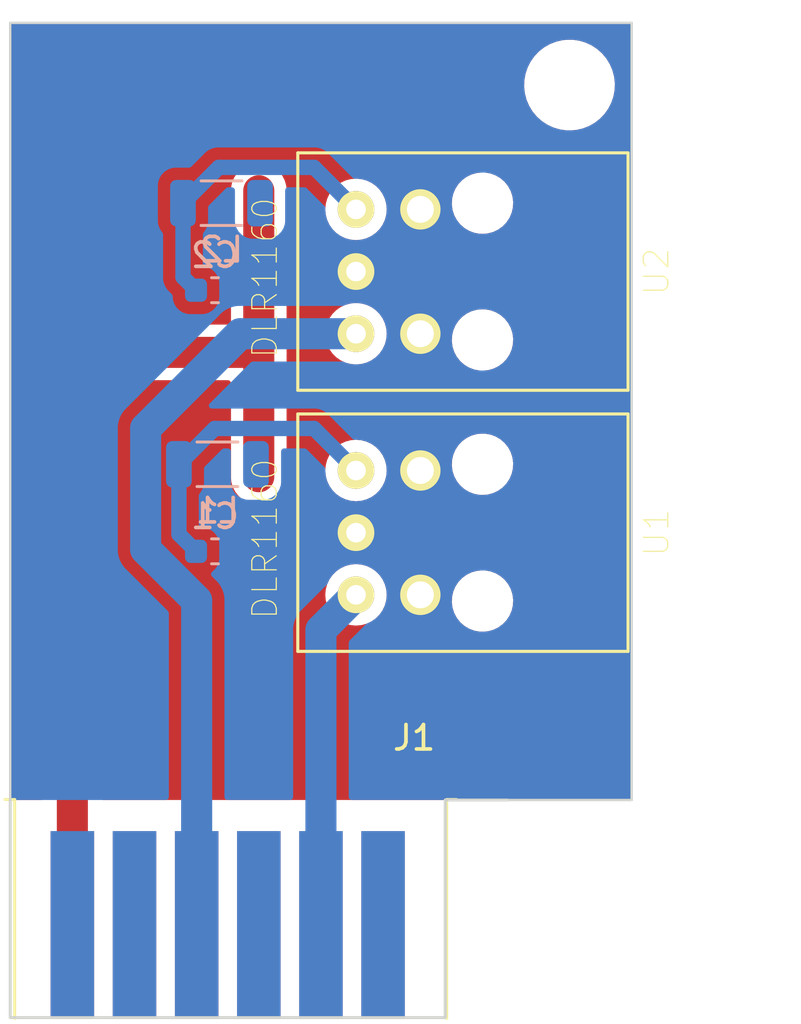
<source format=kicad_pcb>
(kicad_pcb (version 20221018) (generator pcbnew)
  (layers (0 "F.Cu" signal) (31 "B.Cu" signal) (34 "B.Paste" user) (35 "F.Paste" user) (36 "B.SilkS" user "B.Silkscreen") (37 "F.SilkS" user "F.Silkscreen") (38 "B.Mask" user) (39 "F.Mask" user) (44 "Edge.Cuts" user))
  (net 0 "")
  (net 1 "GND")
  (net 2 "Net-(U1-VCC)")
  (net 3 "Net-(U2-VIN)")
  (net 4 "/MCLK")
  (net 5 "/SPDIFIN")
  (net 6 "/LRCKIN0")
  (net 7 "/BCLKIN0")
  (net 8 "/SPDIFOUT")
  (net 9 "/SDATAIN0")
  (net 10 "+3V3")
  (net 11 "+5V")
  (footprint "my:Toslink" (layer "F.Cu") (at 92.964 38.1 -90)
    (fp_text reference "U2" (at 0 -9.652 90) (layer "F.SilkS") (effects (font (thickness 0.05))))
    (fp_text value "DLR1160" (at 0.254 6.35 90) (layer "F.SilkS") (effects (font (thickness 0.05))))
    (fp_line (start -4.85 -8.49) (end -4.85 5.01) (stroke (width 0.127)) (layer "F.SilkS"))
    (fp_line (start 4.85 -8.49) (end -4.85 -8.49) (stroke (width 0.127)) (layer "F.SilkS"))
    (fp_line (start 4.85 -8.49) (end 4.85 5.01) (stroke (width 0.127)) (layer "F.SilkS"))
    (fp_line (start 4.85 5.01) (end -4.85 5.01) (stroke (width 0.127)) (layer "F.SilkS"))
    (pad "" np_thru_hole circle (at -2.794 -2.54 270) (size 2 2) (drill 2) (layers "*.Cu" "*.Mask"))
    (pad "" np_thru_hole circle (at 2.794 -2.54 270) (size 2 2) (drill 2) (layers "*.Cu" "*.Mask"))
    (pad "1" thru_hole circle (at 2.54 2.63 270) (size 1.5 1.5) (drill 0.8) (layers "*.Cu" "*.Mask" "F.SilkS") (net 8 "/SPDIFOUT"))
    (pad "2" thru_hole circle (at 0 2.63 270) (size 1.5 1.5) (drill 0.8) (layers "*.Cu" "*.Mask" "F.SilkS") (net 1 "GND"))
    (pad "3" thru_hole circle (at -2.54 2.63 270) (size 1.5 1.5) (drill 0.8) (layers "*.Cu" "*.Mask" "F.SilkS") (net 3 "Net-(U2-VIN)"))
    (pad "NC1" thru_hole circle (at 2.54 0 270) (size 1.65 1.65) (drill 1.1) (layers "*.Cu" "*.Mask" "F.SilkS") (net 1 "GND"))
    (pad "NC2" thru_hole circle (at -2.54 0 270) (size 1.65 1.65) (drill 1.1) (layers "*.Cu" "*.Mask" "F.SilkS") (net 1 "GND"))
  )
  (footprint "00-mylib:EDGE-2x6-2.54" (layer "F.Cu") (at 85.09 64.77)
    (fp_text reference "J1" (at 7.62 -7.62) (layer "F.SilkS"))
    (fp_text value "Conn_01x06_Male")
    (fp_line (start -8.706 -5.1) (end -9.106 -5.1) (stroke (width 0.12)) (layer "F.SilkS"))
    (fp_line (start -8.706 3.85) (end -8.706 -5.1) (stroke (width 0.12)) (layer "F.SilkS"))
    (fp_line (start 8.95 -5.1) (end 9.35 -5.1) (stroke (width 0.12)) (layer "F.SilkS"))
    (fp_line (start 8.95 3.85) (end 8.95 -5.1) (stroke (width 0.12)) (layer "F.SilkS"))
    (fp_line (start -8.89 -5.08) (end -8.89 3.81) (stroke (width 0.12)) (layer "Edge.Cuts"))
    (fp_line (start -8.89 3.81) (end 8.89 3.81) (stroke (width 0.12)) (layer "Edge.Cuts"))
    (fp_line (start 8.89 -5.08) (end 11.43 -5.08) (stroke (width 0.12)) (layer "Edge.Cuts"))
    (fp_line (start 8.89 3.81) (end 8.89 -5.08) (stroke (width 0.12)) (layer "Edge.Cuts"))
    (pad "1" connect rect (at 6.35 0) (size 1.78 7.62) (layers "F.Cu" "F.Mask") (net 1 "GND"))
    (pad "2" connect rect (at 6.35 0) (size 1.78 7.62) (layers "B.Cu" "B.Mask") (net 1 "GND"))
    (pad "3" connect rect (at 3.81 0) (size 1.78 7.62) (layers "F.Cu" "F.Mask") (net 4 "/MCLK"))
    (pad "4" connect rect (at 3.81 0) (size 1.78 7.62) (layers "B.Cu" "B.Mask") (net 5 "/SPDIFIN"))
    (pad "5" connect rect (at 1.27 0) (size 1.78 7.62) (layers "F.Cu" "F.Mask") (net 6 "/LRCKIN0"))
    (pad "6" connect rect (at 1.27 0) (size 1.78 7.62) (layers "B.Cu" "B.Mask") (net 1 "GND"))
    (pad "7" connect rect (at -1.27 0) (size 1.78 7.62) (layers "F.Cu" "F.Mask") (net 7 "/BCLKIN0"))
    (pad "8" connect rect (at -1.27 0) (size 1.78 7.62) (layers "B.Cu" "B.Mask") (net 8 "/SPDIFOUT"))
    (pad "9" connect rect (at -3.81 0) (size 1.78 7.62) (layers "F.Cu" "F.Mask") (net 9 "/SDATAIN0"))
    (pad "10" connect rect (at -3.81 0) (size 1.78 7.62) (layers "B.Cu" "B.Mask") (net 1 "GND"))
    (pad "11" connect rect (at -6.35 0) (size 1.78 7.62) (layers "F.Cu" "F.Mask") (net 10 "+3V3"))
    (pad "12" connect rect (at -6.35 0) (size 1.78 7.62) (layers "B.Cu" "B.Mask") (net 11 "+5V"))
  )
  (footprint "my:Toslink" (layer "F.Cu") (at 92.964 48.768 -90)
    (fp_text reference "U1" (at 0 -9.652 90) (layer "F.SilkS") (effects (font (thickness 0.05))))
    (fp_text value "DLR1160" (at 0.254 6.35 90) (layer "F.SilkS") (effects (font (thickness 0.05))))
    (fp_line (start -4.85 -8.49) (end -4.85 5.01) (stroke (width 0.127)) (layer "F.SilkS"))
    (fp_line (start 4.85 -8.49) (end -4.85 -8.49) (stroke (width 0.127)) (layer "F.SilkS"))
    (fp_line (start 4.85 -8.49) (end 4.85 5.01) (stroke (width 0.127)) (layer "F.SilkS"))
    (fp_line (start 4.85 5.01) (end -4.85 5.01) (stroke (width 0.127)) (layer "F.SilkS"))
    (pad "" np_thru_hole circle (at -2.794 -2.54 270) (size 2 2) (drill 2) (layers "*.Cu" "*.Mask"))
    (pad "" np_thru_hole circle (at 2.794 -2.54 270) (size 2 2) (drill 2) (layers "*.Cu" "*.Mask"))
    (pad "1" thru_hole circle (at 2.54 2.63 270) (size 1.5 1.5) (drill 0.8) (layers "*.Cu" "*.Mask" "F.SilkS") (net 5 "/SPDIFIN"))
    (pad "2" thru_hole circle (at 0 2.63 270) (size 1.5 1.5) (drill 0.8) (layers "*.Cu" "*.Mask" "F.SilkS") (net 1 "GND"))
    (pad "3" thru_hole circle (at -2.54 2.63 270) (size 1.5 1.5) (drill 0.8) (layers "*.Cu" "*.Mask" "F.SilkS") (net 2 "Net-(U1-VCC)"))
    (pad "NC1" thru_hole circle (at 2.54 0 270) (size 1.65 1.65) (drill 1.1) (layers "*.Cu" "*.Mask" "F.SilkS") (net 1 "GND"))
    (pad "NC2" thru_hole circle (at -2.54 0 270) (size 1.65 1.65) (drill 1.1) (layers "*.Cu" "*.Mask" "F.SilkS") (net 1 "GND"))
  )
  (footprint "MountingHole:MountingHole_3.2mm_M3" (layer "F.Cu") (at 99.06 30.48)
    (fp_text reference "REF**" hide)
    (fp_text value "MountingHole_3.2mm_M3")
    (pad "" np_thru_hole circle (at 0 0) (size 3.2 3.2) (drill 3.2) (layers "F&B.Cu" "*.Mask"))
  )
  (footprint "Inductor_SMD:L_1206_3216Metric" (layer "B.Cu") (at 84.836 35.306)
    (fp_text reference "L2" (at 0 1.9) (layer "B.SilkS") (effects (justify mirror)))
    (fp_text value "LQH2MCN470K02")
    (fp_line (start -0.835242 -0.91) (end 0.835242 -0.91) (stroke (width 0.12)) (layer "B.SilkS"))
    (fp_line (start -0.835242 0.91) (end 0.835242 0.91) (stroke (width 0.12)) (layer "B.SilkS"))
    (pad "1" smd roundrect (at -1.575 0) (size 1.05 1.9) (layers "B.Cu" "B.Paste" "B.Mask") (roundrect_rratio 0.238095) (net 3 "Net-(U2-VIN)"))
    (pad "2" smd roundrect (at 1.575 0) (size 1.05 1.9) (layers "B.Cu" "B.Paste" "B.Mask") (roundrect_rratio 0.238095) (net 10 "+3V3"))
  )
  (footprint "Inductor_SMD:L_1206_3216Metric" (layer "B.Cu") (at 84.67 45.974)
    (fp_text reference "L1" (at 0 1.9) (layer "B.SilkS") (effects (justify mirror)))
    (fp_text value "LQH2MCN470K02")
    (fp_line (start -0.835242 -0.91) (end 0.835242 -0.91) (stroke (width 0.12)) (layer "B.SilkS"))
    (fp_line (start -0.835242 0.91) (end 0.835242 0.91) (stroke (width 0.12)) (layer "B.SilkS"))
    (pad "1" smd roundrect (at -1.575 0) (size 1.05 1.9) (layers "B.Cu" "B.Paste" "B.Mask") (roundrect_rratio 0.238095) (net 2 "Net-(U1-VCC)"))
    (pad "2" smd roundrect (at 1.575 0) (size 1.05 1.9) (layers "B.Cu" "B.Paste" "B.Mask") (roundrect_rratio 0.238095) (net 10 "+3V3"))
  )
  (footprint "Capacitor_SMD:C_0603_1608Metric" (layer "B.Cu") (at 84.569 49.53 180)
    (fp_text reference "C1" (at 0 1.43) (layer "B.SilkS") (effects (justify mirror)))
    (fp_text value "CAP_100n_25V_X7R_0603" hide)
    (fp_line (start -0.14058 -0.51) (end 0.14058 -0.51) (stroke (width 0.12)) (layer "B.SilkS"))
    (fp_line (start -0.14058 0.51) (end 0.14058 0.51) (stroke (width 0.12)) (layer "B.SilkS"))
    (pad "1" smd roundrect (at -0.775 0 180) (size 0.9 0.95) (layers "B.Cu" "B.Paste" "B.Mask") (net 1 "GND"))
    (pad "2" smd roundrect (at 0.775 0 180) (size 0.9 0.95) (layers "B.Cu" "B.Paste" "B.Mask") (net 2 "Net-(U1-VCC)"))
  )
  (footprint "Capacitor_SMD:C_0603_1608Metric" (layer "B.Cu") (at 84.569 38.862 180)
    (fp_text reference "C2" (at 0 1.43) (layer "B.SilkS") (effects (justify mirror)))
    (fp_text value "CAP_100n_25V_X7R_0603" hide)
    (fp_line (start -0.14058 -0.51) (end 0.14058 -0.51) (stroke (width 0.12)) (layer "B.SilkS"))
    (fp_line (start -0.14058 0.51) (end 0.14058 0.51) (stroke (width 0.12)) (layer "B.SilkS"))
    (pad "1" smd roundrect (at -0.775 0 180) (size 0.9 0.95) (layers "B.Cu" "B.Paste" "B.Mask") (net 1 "GND"))
    (pad "2" smd roundrect (at 0.775 0 180) (size 0.9 0.95) (layers "B.Cu" "B.Paste" "B.Mask") (net 3 "Net-(U2-VIN)"))
  )
  (gr_line (start 101.6 59.69) (end 96.52 59.69) (stroke (width 0.1)) (layer "Edge.Cuts"))
  (gr_line (start 76.2 59.69) (end 76.2 27.94) (stroke (width 0.1)) (layer "Edge.Cuts"))
  (gr_line (start 101.6 27.94) (end 101.6 59.69) (stroke (width 0.1)) (layer "Edge.Cuts"))
  (gr_line (start 76.2 27.94) (end 101.6 27.94) (stroke (width 0.1)) (layer "Edge.Cuts"))
  (segment (start 83.095 48.831) (end 83.794 49.53) (width 0.625) (layer "B.Cu") (net 2))
  (segment (start 83.095 45.974) (end 84.5575 44.5115) (width 0.625) (layer "B.Cu") (net 2))
  (segment (start 88.6175 44.5115) (end 90.334 46.228) (width 0.625) (layer "B.Cu") (net 2))
  (segment (start 83.095 45.974) (end 83.095 48.831) (width 0.625) (layer "B.Cu") (net 2))
  (segment (start 84.5575 44.5115) (end 88.6175 44.5115) (width 0.625) (layer "B.Cu") (net 2))
  (segment (start 83.261 35.306) (end 83.261 38.329) (width 0.625) (layer "B.Cu") (net 3))
  (segment (start 83.261 35.306) (end 84.7235 33.8435) (width 0.625) (layer "B.Cu") (net 3))
  (segment (start 88.6175 33.8435) (end 90.334 35.56) (width 0.625) (layer "B.Cu") (net 3))
  (segment (start 84.7235 33.8435) (end 88.6175 33.8435) (width 0.625) (layer "B.Cu") (net 3))
  (segment (start 83.261 38.329) (end 83.794 38.862) (width 0.625) (layer "B.Cu") (net 3))
  (segment (start 88.9 52.742) (end 90.334 51.308) (width 1.27) (layer "B.Cu") (net 5))
  (segment (start 88.9 64.77) (end 88.9 52.742) (width 1.27) (layer "B.Cu") (net 5))
  (segment (start 83.82 64.77) (end 83.82 51.5363) (width 1.27) (layer "B.Cu") (net 8))
  (segment (start 81.735 44.503) (end 85.598 40.64) (width 1.27) (layer "B.Cu") (net 8))
  (segment (start 81.735 49.4513) (end 81.735 44.503) (width 1.27) (layer "B.Cu") (net 8))
  (segment (start 83.82 51.5363) (end 81.735 49.4513) (width 1.27) (layer "B.Cu") (net 8))
  (segment (start 85.598 40.64) (end 90.334 40.64) (width 1.27) (layer "B.Cu") (net 8))
  (segment (start 78.74 64.77) (end 78.74 41.402) (width 1.27) (layer "F.Cu") (net 10))
  (segment (start 86.36 41.402) (end 86.36 34.798) (width 1.27) (layer "F.Cu") (net 10))
  (segment (start 86.36 41.402) (end 86.36 46.482) (width 1.27) (layer "F.Cu") (net 10))
  (segment (start 78.74 41.402) (end 86.36 41.402) (width 1.27) (layer "F.Cu") (net 10))
  (zone (net 1) (net_name "GND") (layer "F.Cu") (priority 1) (connect_pads yes (clearance 0.5)) (min_thickness 0.25) (fill yes (thermal_gap 0.5) (thermal_bridge_width 0.5))
    (polygon (pts (xy 76.2 59.69) (xy 76.2 27.94) (xy 101.6 27.94) (xy 101.6 59.69)))
  )
  (zone (net 1) (net_name "GND") (layer "B.Cu") (connect_pads yes (clearance 0.5)) (min_thickness 0.25) (fill yes (thermal_gap 0.5) (thermal_bridge_width 0.5))
    (polygon (pts (xy 76.2 27.94) (xy 101.6 27.94) (xy 101.6 59.69) (xy 76.2 59.69)))
  )
)
</source>
